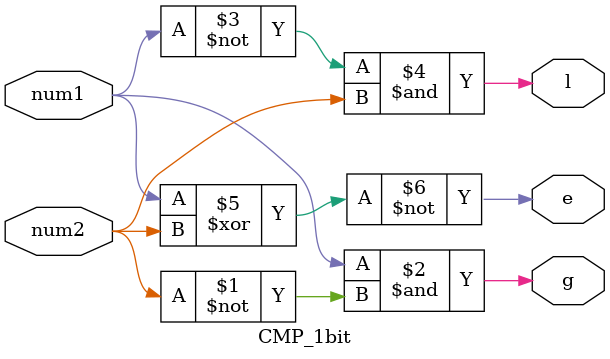
<source format=v>



module CMP_1bit (
    input num1,num2,
    output g,e,l
);

assign g = num1 & ~num2;
assign l = ~num1 & num2;
assign e = ~(num1^num2);
    
endmodule
</source>
